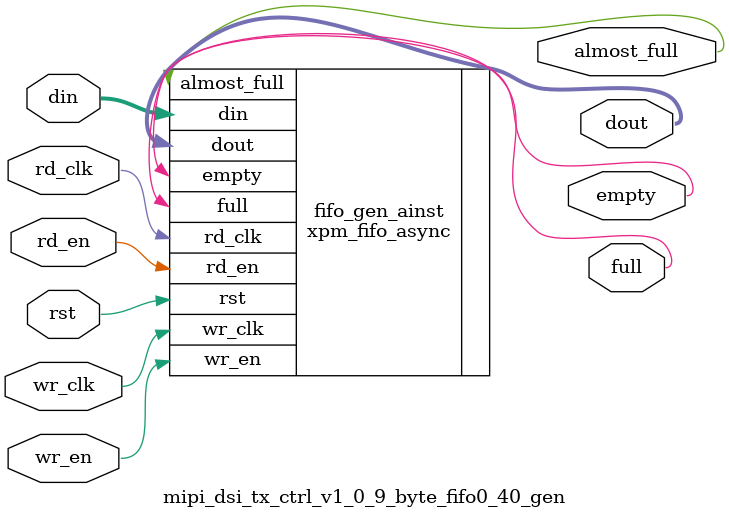
<source format=v>
`timescale 1ns/1ps
module mipi_dsi_tx_ctrl_v1_0_9_byte_fifo0_40_gen (
  input         rst   ,
  input         wr_clk,
  input         rd_clk,
  input [40-1:0]  din   ,
  input         wr_en ,
  input         rd_en ,
  output [40-1:0]  dout   ,
  output        full  ,
  output        almost_full  ,
  output        empty
);
xpm_fifo_async#(
  .FIFO_MEMORY_TYPE("distributed"),
  .FIFO_WRITE_DEPTH(128),
  .READ_DATA_WIDTH( 40),
  .WRITE_DATA_WIDTH( 40),
  .FULL_RESET_VALUE(1),
  .USE_ADV_FEATURES("0008")
 ) fifo_gen_ainst(
   .rst(rst),
   .wr_clk(wr_clk),
   .rd_clk(rd_clk),
   .din(din),
   .wr_en(wr_en),
   .rd_en(rd_en),
   .dout(dout),
   .full(full),
   .almost_full(almost_full),
   .empty(empty)
);
//mipi_dsi_tx_ctrl_v1_0_9_fifo0_40 fifo_gen_ainst (
//.rst    (rst    ),
//.wr_clk (wr_clk ),
//.rd_clk (rd_clk ),
//.din    (din    ),
//.wr_en  (wr_en  ),
//.rd_en  (rd_en  ),
//.dout   (dout   ),
//.full   (full   ),
//.almost_full   (almost_full   ),
//.empty  (empty  ) 
//
//);
endmodule

</source>
